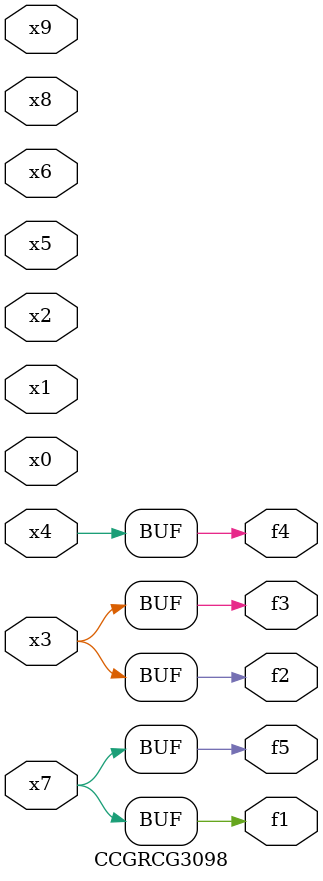
<source format=v>
module CCGRCG3098(
	input x0, x1, x2, x3, x4, x5, x6, x7, x8, x9,
	output f1, f2, f3, f4, f5
);
	assign f1 = x7;
	assign f2 = x3;
	assign f3 = x3;
	assign f4 = x4;
	assign f5 = x7;
endmodule

</source>
